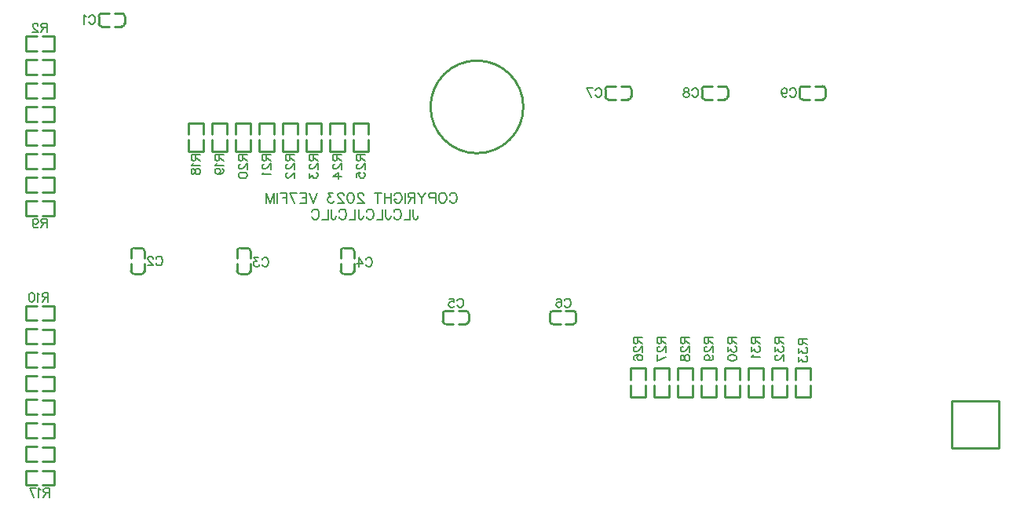
<source format=gbo>
G04 Layer: BottomSilkscreenLayer*
G04 Panelize: , Column: 2, Row: 2, Board Size: 127.89mm x 58.42mm, Panelized Board Size: 257.78mm x 118.84mm*
G04 EasyEDA v6.5.34, 2023-09-05 23:47:00*
G04 23034ade622943b09ef3a65bf2e35728,5a6b42c53f6a479593ecc07194224c93,10*
G04 Gerber Generator version 0.2*
G04 Scale: 100 percent, Rotated: No, Reflected: No *
G04 Dimensions in millimeters *
G04 leading zeros omitted , absolute positions ,4 integer and 5 decimal *
%FSLAX45Y45*%
%MOMM*%

%ADD10C,0.1524*%
%ADD11C,0.1520*%
%ADD12C,0.2540*%

%LPD*%
D10*
X6741955Y3619954D02*
G01*
X6747151Y3630345D01*
X6757543Y3640736D01*
X6767931Y3645931D01*
X6788713Y3645931D01*
X6799105Y3640736D01*
X6809496Y3630345D01*
X6814693Y3619954D01*
X6819887Y3604366D01*
X6819887Y3578390D01*
X6814693Y3562804D01*
X6809496Y3552413D01*
X6799105Y3542022D01*
X6788713Y3536828D01*
X6767931Y3536828D01*
X6757543Y3542022D01*
X6747151Y3552413D01*
X6741955Y3562804D01*
X6676491Y3645931D02*
G01*
X6686882Y3640736D01*
X6697273Y3630345D01*
X6702470Y3619954D01*
X6707665Y3604366D01*
X6707665Y3578390D01*
X6702470Y3562804D01*
X6697273Y3552413D01*
X6686882Y3542022D01*
X6676491Y3536828D01*
X6655711Y3536828D01*
X6645320Y3542022D01*
X6634929Y3552413D01*
X6629732Y3562804D01*
X6624538Y3578390D01*
X6624538Y3604366D01*
X6629732Y3619954D01*
X6634929Y3630345D01*
X6645320Y3640736D01*
X6655711Y3645931D01*
X6676491Y3645931D01*
X6590248Y3645931D02*
G01*
X6590248Y3536828D01*
X6590248Y3645931D02*
G01*
X6543489Y3645931D01*
X6527901Y3640736D01*
X6522707Y3635540D01*
X6517513Y3625148D01*
X6517513Y3609563D01*
X6522707Y3599172D01*
X6527901Y3593978D01*
X6543489Y3588781D01*
X6590248Y3588781D01*
X6483222Y3645931D02*
G01*
X6441658Y3593978D01*
X6441658Y3536828D01*
X6400093Y3645931D02*
G01*
X6441658Y3593978D01*
X6365803Y3645931D02*
G01*
X6365803Y3536828D01*
X6365803Y3645931D02*
G01*
X6319045Y3645931D01*
X6303459Y3640736D01*
X6298262Y3635540D01*
X6293068Y3625148D01*
X6293068Y3614757D01*
X6298262Y3604366D01*
X6303459Y3599172D01*
X6319045Y3593978D01*
X6365803Y3593978D01*
X6329436Y3593978D02*
G01*
X6293068Y3536828D01*
X6258778Y3645931D02*
G01*
X6258778Y3536828D01*
X6146556Y3619954D02*
G01*
X6151752Y3630345D01*
X6162141Y3640736D01*
X6172532Y3645931D01*
X6193315Y3645931D01*
X6203706Y3640736D01*
X6214097Y3630345D01*
X6219291Y3619954D01*
X6224488Y3604366D01*
X6224488Y3578390D01*
X6219291Y3562804D01*
X6214097Y3552413D01*
X6203706Y3542022D01*
X6193315Y3536828D01*
X6172532Y3536828D01*
X6162141Y3542022D01*
X6151752Y3552413D01*
X6146556Y3562804D01*
X6146556Y3578390D01*
X6172532Y3578390D02*
G01*
X6146556Y3578390D01*
X6112266Y3645931D02*
G01*
X6112266Y3536828D01*
X6039530Y3645931D02*
G01*
X6039530Y3536828D01*
X6112266Y3593978D02*
G01*
X6039530Y3593978D01*
X5968872Y3645931D02*
G01*
X5968872Y3536828D01*
X6005240Y3645931D02*
G01*
X5932502Y3645931D01*
X5813008Y3619954D02*
G01*
X5813008Y3625148D01*
X5807811Y3635540D01*
X5802617Y3640736D01*
X5792226Y3645931D01*
X5771443Y3645931D01*
X5761052Y3640736D01*
X5755858Y3635540D01*
X5750661Y3625148D01*
X5750661Y3614757D01*
X5755858Y3604366D01*
X5766249Y3588781D01*
X5818202Y3536828D01*
X5745467Y3536828D01*
X5680003Y3645931D02*
G01*
X5695591Y3640736D01*
X5705983Y3625148D01*
X5711177Y3599172D01*
X5711177Y3583586D01*
X5705983Y3557607D01*
X5695591Y3542022D01*
X5680003Y3536828D01*
X5669612Y3536828D01*
X5654027Y3542022D01*
X5643636Y3557607D01*
X5638441Y3583586D01*
X5638441Y3599172D01*
X5643636Y3625148D01*
X5654027Y3640736D01*
X5669612Y3645931D01*
X5680003Y3645931D01*
X5598955Y3619954D02*
G01*
X5598955Y3625148D01*
X5593760Y3635540D01*
X5588563Y3640736D01*
X5578172Y3645931D01*
X5557393Y3645931D01*
X5547001Y3640736D01*
X5541805Y3635540D01*
X5536610Y3625148D01*
X5536610Y3614757D01*
X5541805Y3604366D01*
X5552196Y3588781D01*
X5604151Y3536828D01*
X5531413Y3536828D01*
X5486732Y3645931D02*
G01*
X5429582Y3645931D01*
X5460756Y3604366D01*
X5445170Y3604366D01*
X5434779Y3599172D01*
X5429582Y3593978D01*
X5424388Y3578390D01*
X5424388Y3567998D01*
X5429582Y3552413D01*
X5439973Y3542022D01*
X5455561Y3536828D01*
X5471147Y3536828D01*
X5486732Y3542022D01*
X5491929Y3547216D01*
X5497123Y3557607D01*
X5310088Y3645931D02*
G01*
X5268523Y3536828D01*
X5226961Y3645931D02*
G01*
X5268523Y3536828D01*
X5192671Y3645931D02*
G01*
X5192671Y3536828D01*
X5192671Y3645931D02*
G01*
X5125130Y3645931D01*
X5192671Y3593978D02*
G01*
X5151107Y3593978D01*
X5192671Y3536828D02*
G01*
X5125130Y3536828D01*
X5018102Y3645931D02*
G01*
X5070058Y3536828D01*
X5090840Y3645931D02*
G01*
X5018102Y3645931D01*
X4983812Y3645931D02*
G01*
X4983812Y3536828D01*
X4983812Y3645931D02*
G01*
X4916271Y3645931D01*
X4983812Y3593978D02*
G01*
X4942250Y3593978D01*
X4881981Y3645931D02*
G01*
X4881981Y3536828D01*
X4847691Y3645931D02*
G01*
X4847691Y3536828D01*
X4847691Y3645931D02*
G01*
X4806129Y3536828D01*
X4764565Y3645931D02*
G01*
X4806129Y3536828D01*
X4764565Y3645931D02*
G01*
X4764565Y3536828D01*
D11*
X6348796Y3468103D02*
G01*
X6348796Y3384976D01*
X6353992Y3369388D01*
X6359187Y3364194D01*
X6369578Y3359000D01*
X6379969Y3359000D01*
X6390360Y3364194D01*
X6395557Y3369388D01*
X6400751Y3384976D01*
X6400751Y3395367D01*
X6314506Y3468103D02*
G01*
X6314506Y3359000D01*
X6314506Y3359000D02*
G01*
X6252161Y3359000D01*
X6139939Y3442126D02*
G01*
X6145136Y3452517D01*
X6155527Y3462909D01*
X6165916Y3468103D01*
X6186698Y3468103D01*
X6197089Y3462909D01*
X6207480Y3452517D01*
X6212677Y3442126D01*
X6217871Y3426538D01*
X6217871Y3400562D01*
X6212677Y3384976D01*
X6207480Y3374585D01*
X6197089Y3364194D01*
X6186698Y3359000D01*
X6165916Y3359000D01*
X6155527Y3364194D01*
X6145136Y3374585D01*
X6139939Y3384976D01*
X6053696Y3468103D02*
G01*
X6053696Y3384976D01*
X6058890Y3369388D01*
X6064087Y3364194D01*
X6074476Y3359000D01*
X6084867Y3359000D01*
X6095258Y3364194D01*
X6100455Y3369388D01*
X6105649Y3384976D01*
X6105649Y3395367D01*
X6019406Y3468103D02*
G01*
X6019406Y3359000D01*
X6019406Y3359000D02*
G01*
X5957059Y3359000D01*
X5844837Y3442126D02*
G01*
X5850034Y3452517D01*
X5860425Y3462909D01*
X5870816Y3468103D01*
X5891596Y3468103D01*
X5901987Y3462909D01*
X5912378Y3452517D01*
X5917575Y3442126D01*
X5922769Y3426538D01*
X5922769Y3400562D01*
X5917575Y3384976D01*
X5912378Y3374585D01*
X5901987Y3364194D01*
X5891596Y3359000D01*
X5870816Y3359000D01*
X5860425Y3364194D01*
X5850034Y3374585D01*
X5844837Y3384976D01*
X5758594Y3468103D02*
G01*
X5758594Y3384976D01*
X5763788Y3369388D01*
X5768985Y3364194D01*
X5779376Y3359000D01*
X5789767Y3359000D01*
X5800156Y3364194D01*
X5805352Y3369388D01*
X5810547Y3384976D01*
X5810547Y3395367D01*
X5724304Y3468103D02*
G01*
X5724304Y3359000D01*
X5724304Y3359000D02*
G01*
X5661957Y3359000D01*
X5549737Y3442126D02*
G01*
X5554931Y3452517D01*
X5565322Y3462909D01*
X5575714Y3468103D01*
X5596496Y3468103D01*
X5606887Y3462909D01*
X5617276Y3452517D01*
X5622472Y3442126D01*
X5627667Y3426538D01*
X5627667Y3400562D01*
X5622472Y3384976D01*
X5617276Y3374585D01*
X5606887Y3364194D01*
X5596496Y3359000D01*
X5575714Y3359000D01*
X5565322Y3364194D01*
X5554931Y3374585D01*
X5549737Y3384976D01*
X5463491Y3468103D02*
G01*
X5463491Y3384976D01*
X5468686Y3369388D01*
X5473882Y3364194D01*
X5484274Y3359000D01*
X5494665Y3359000D01*
X5505056Y3364194D01*
X5510250Y3369388D01*
X5515447Y3384976D01*
X5515447Y3395367D01*
X5429201Y3468103D02*
G01*
X5429201Y3359000D01*
X5429201Y3359000D02*
G01*
X5366857Y3359000D01*
X5254635Y3442126D02*
G01*
X5259829Y3452517D01*
X5270220Y3462909D01*
X5280611Y3468103D01*
X5301394Y3468103D01*
X5311785Y3462909D01*
X5322176Y3452517D01*
X5327370Y3442126D01*
X5332567Y3426538D01*
X5332567Y3400562D01*
X5327370Y3384976D01*
X5322176Y3374585D01*
X5311785Y3364194D01*
X5301394Y3359000D01*
X5280611Y3359000D01*
X5270220Y3364194D01*
X5259829Y3374585D01*
X5254635Y3384976D01*
D10*
X2852803Y5539216D02*
G01*
X2857347Y5548307D01*
X2866438Y5557398D01*
X2875531Y5561944D01*
X2893712Y5561944D01*
X2902803Y5557398D01*
X2911894Y5548307D01*
X2916438Y5539216D01*
X2920984Y5525582D01*
X2920984Y5502854D01*
X2916438Y5489216D01*
X2911894Y5480126D01*
X2902803Y5471035D01*
X2893712Y5466488D01*
X2875531Y5466488D01*
X2866438Y5471035D01*
X2857347Y5480126D01*
X2852803Y5489216D01*
X2822803Y5543763D02*
G01*
X2813712Y5548307D01*
X2800075Y5561944D01*
X2800075Y5466488D01*
X3576711Y2935676D02*
G01*
X3581255Y2944766D01*
X3590345Y2953857D01*
X3599439Y2958404D01*
X3617620Y2958404D01*
X3626711Y2953857D01*
X3635801Y2944766D01*
X3640345Y2935676D01*
X3644892Y2922041D01*
X3644892Y2899313D01*
X3640345Y2885676D01*
X3635801Y2876585D01*
X3626711Y2867494D01*
X3617620Y2862948D01*
X3599439Y2862948D01*
X3590345Y2867494D01*
X3581255Y2876585D01*
X3576711Y2885676D01*
X3542164Y2935676D02*
G01*
X3542164Y2940222D01*
X3537620Y2949313D01*
X3533073Y2953857D01*
X3523983Y2958404D01*
X3505801Y2958404D01*
X3496711Y2953857D01*
X3492164Y2949313D01*
X3487620Y2940222D01*
X3487620Y2931132D01*
X3492164Y2922041D01*
X3501255Y2908404D01*
X3546711Y2862948D01*
X3483074Y2862948D01*
X4719708Y2922976D02*
G01*
X4724252Y2932066D01*
X4733343Y2941157D01*
X4742436Y2945704D01*
X4760617Y2945704D01*
X4769708Y2941157D01*
X4778799Y2932066D01*
X4783343Y2922976D01*
X4787889Y2909341D01*
X4787889Y2886613D01*
X4783343Y2872976D01*
X4778799Y2863885D01*
X4769708Y2854794D01*
X4760617Y2850248D01*
X4742436Y2850248D01*
X4733343Y2854794D01*
X4724252Y2863885D01*
X4719708Y2872976D01*
X4680618Y2945704D02*
G01*
X4630618Y2945704D01*
X4657890Y2909341D01*
X4644252Y2909341D01*
X4635162Y2904794D01*
X4630618Y2900248D01*
X4626071Y2886613D01*
X4626071Y2877522D01*
X4630618Y2863885D01*
X4639708Y2854794D01*
X4653343Y2850248D01*
X4666980Y2850248D01*
X4680618Y2854794D01*
X4685162Y2859341D01*
X4689708Y2868432D01*
X5837308Y2922976D02*
G01*
X5841852Y2932066D01*
X5850943Y2941157D01*
X5860036Y2945704D01*
X5878217Y2945704D01*
X5887308Y2941157D01*
X5896399Y2932066D01*
X5900943Y2922976D01*
X5905489Y2909341D01*
X5905489Y2886613D01*
X5900943Y2872976D01*
X5896399Y2863885D01*
X5887308Y2854794D01*
X5878217Y2850248D01*
X5860036Y2850248D01*
X5850943Y2854794D01*
X5841852Y2863885D01*
X5837308Y2872976D01*
X5761852Y2945704D02*
G01*
X5807308Y2882066D01*
X5739127Y2882066D01*
X5761852Y2945704D02*
G01*
X5761852Y2850248D01*
X6822252Y2480790D02*
G01*
X6826796Y2489880D01*
X6835886Y2498971D01*
X6844979Y2503517D01*
X6863161Y2503517D01*
X6872251Y2498971D01*
X6881342Y2489880D01*
X6885886Y2480790D01*
X6890433Y2467155D01*
X6890433Y2444427D01*
X6885886Y2430790D01*
X6881342Y2421699D01*
X6872251Y2412608D01*
X6863161Y2408062D01*
X6844979Y2408062D01*
X6835886Y2412608D01*
X6826796Y2421699D01*
X6822252Y2430790D01*
X6737705Y2503517D02*
G01*
X6783161Y2503517D01*
X6787705Y2462608D01*
X6783161Y2467155D01*
X6769524Y2471699D01*
X6755886Y2471699D01*
X6742252Y2467155D01*
X6733161Y2458062D01*
X6728614Y2444427D01*
X6728614Y2435336D01*
X6733161Y2421699D01*
X6742252Y2412608D01*
X6755886Y2408062D01*
X6769524Y2408062D01*
X6783161Y2412608D01*
X6787705Y2417155D01*
X6792252Y2426246D01*
X7977926Y2480790D02*
G01*
X7982470Y2489880D01*
X7991561Y2498971D01*
X8000654Y2503517D01*
X8018835Y2503517D01*
X8027926Y2498971D01*
X8037017Y2489880D01*
X8041561Y2480790D01*
X8046107Y2467155D01*
X8046107Y2444427D01*
X8041561Y2430790D01*
X8037017Y2421699D01*
X8027926Y2412608D01*
X8018835Y2408062D01*
X8000654Y2408062D01*
X7991561Y2412608D01*
X7982470Y2421699D01*
X7977926Y2430790D01*
X7893380Y2489880D02*
G01*
X7897926Y2498971D01*
X7911561Y2503517D01*
X7920654Y2503517D01*
X7934289Y2498971D01*
X7943380Y2485336D01*
X7947926Y2462608D01*
X7947926Y2439880D01*
X7943380Y2421699D01*
X7934289Y2412608D01*
X7920654Y2408062D01*
X7916108Y2408062D01*
X7902470Y2412608D01*
X7893380Y2421699D01*
X7888836Y2435336D01*
X7888836Y2439880D01*
X7893380Y2453518D01*
X7902470Y2462608D01*
X7916108Y2467155D01*
X7920654Y2467155D01*
X7934289Y2462608D01*
X7943380Y2453518D01*
X7947926Y2439880D01*
X8313778Y4751816D02*
G01*
X8318322Y4760907D01*
X8327412Y4769998D01*
X8336506Y4774544D01*
X8354687Y4774544D01*
X8363778Y4769998D01*
X8372868Y4760907D01*
X8377412Y4751816D01*
X8381959Y4738182D01*
X8381959Y4715454D01*
X8377412Y4701816D01*
X8372868Y4692726D01*
X8363778Y4683635D01*
X8354687Y4679088D01*
X8336506Y4679088D01*
X8327412Y4683635D01*
X8318322Y4692726D01*
X8313778Y4701816D01*
X8220141Y4774544D02*
G01*
X8265596Y4679088D01*
X8283778Y4774544D02*
G01*
X8220141Y4774544D01*
X9355188Y4751816D02*
G01*
X9359732Y4760907D01*
X9368823Y4769998D01*
X9377913Y4774544D01*
X9396097Y4774544D01*
X9405188Y4769998D01*
X9414278Y4760907D01*
X9418822Y4751816D01*
X9423369Y4738182D01*
X9423369Y4715454D01*
X9418822Y4701816D01*
X9414278Y4692726D01*
X9405188Y4683635D01*
X9396097Y4679088D01*
X9377913Y4679088D01*
X9368823Y4683635D01*
X9359732Y4692726D01*
X9355188Y4701816D01*
X9302460Y4774544D02*
G01*
X9316097Y4769998D01*
X9320641Y4760907D01*
X9320641Y4751816D01*
X9316097Y4742726D01*
X9307007Y4738182D01*
X9288823Y4733635D01*
X9275188Y4729088D01*
X9266097Y4719998D01*
X9261551Y4710907D01*
X9261551Y4697272D01*
X9266097Y4688182D01*
X9270641Y4683635D01*
X9284279Y4679088D01*
X9302460Y4679088D01*
X9316097Y4683635D01*
X9320641Y4688182D01*
X9325188Y4697272D01*
X9325188Y4710907D01*
X9320641Y4719998D01*
X9311551Y4729088D01*
X9297913Y4733635D01*
X9279732Y4738182D01*
X9270641Y4742726D01*
X9266097Y4751816D01*
X9266097Y4760907D01*
X9270641Y4769998D01*
X9284279Y4774544D01*
X9302460Y4774544D01*
X10409278Y4751816D02*
G01*
X10413822Y4760907D01*
X10422915Y4769998D01*
X10432006Y4774544D01*
X10450187Y4774544D01*
X10459278Y4769998D01*
X10468368Y4760907D01*
X10472915Y4751816D01*
X10477459Y4738179D01*
X10477459Y4715454D01*
X10472915Y4701816D01*
X10468368Y4692726D01*
X10459278Y4683635D01*
X10450187Y4679088D01*
X10432006Y4679088D01*
X10422915Y4683635D01*
X10413822Y4692726D01*
X10409278Y4701816D01*
X10320187Y4742726D02*
G01*
X10324731Y4729088D01*
X10333822Y4719998D01*
X10347459Y4715454D01*
X10352006Y4715454D01*
X10365640Y4719998D01*
X10374731Y4729088D01*
X10379278Y4742726D01*
X10379278Y4747272D01*
X10374731Y4760907D01*
X10365640Y4769998D01*
X10352006Y4774544D01*
X10347459Y4774544D01*
X10333822Y4769998D01*
X10324731Y4760907D01*
X10320187Y4742726D01*
X10320187Y4719998D01*
X10324731Y4697272D01*
X10333822Y4683635D01*
X10347459Y4679088D01*
X10356550Y4679088D01*
X10370187Y4683635D01*
X10374731Y4692726D01*
X3956969Y4054068D02*
G01*
X4052425Y4054068D01*
X3956969Y4054068D02*
G01*
X3956969Y4013159D01*
X3961516Y3999522D01*
X3966060Y3994978D01*
X3975150Y3990431D01*
X3984241Y3990431D01*
X3993332Y3994978D01*
X3997878Y3999522D01*
X4002425Y4013159D01*
X4002425Y4054068D01*
X4002425Y4022250D02*
G01*
X4052425Y3990431D01*
X3975150Y3960431D02*
G01*
X3970606Y3951340D01*
X3956969Y3937706D01*
X4052425Y3937706D01*
X3956969Y3884978D02*
G01*
X3961516Y3898615D01*
X3970606Y3903159D01*
X3979697Y3903159D01*
X3988788Y3898615D01*
X3993332Y3889522D01*
X3997878Y3871340D01*
X4002425Y3857706D01*
X4011515Y3848615D01*
X4020606Y3844069D01*
X4034241Y3844069D01*
X4043332Y3848615D01*
X4047878Y3853159D01*
X4052425Y3866796D01*
X4052425Y3884978D01*
X4047878Y3898615D01*
X4043332Y3903159D01*
X4034241Y3907706D01*
X4020606Y3907706D01*
X4011515Y3903159D01*
X4002425Y3894068D01*
X3997878Y3880431D01*
X3993332Y3862250D01*
X3988788Y3853159D01*
X3979697Y3848615D01*
X3970606Y3848615D01*
X3961516Y3853159D01*
X3956969Y3866796D01*
X3956969Y3884978D01*
X4210969Y4054068D02*
G01*
X4306425Y4054068D01*
X4210969Y4054068D02*
G01*
X4210969Y4013159D01*
X4215516Y3999522D01*
X4220060Y3994978D01*
X4229150Y3990431D01*
X4238241Y3990431D01*
X4247332Y3994978D01*
X4251878Y3999522D01*
X4256425Y4013159D01*
X4256425Y4054068D01*
X4256425Y4022250D02*
G01*
X4306425Y3990431D01*
X4229150Y3960431D02*
G01*
X4224606Y3951340D01*
X4210969Y3937706D01*
X4306425Y3937706D01*
X4242788Y3848615D02*
G01*
X4256425Y3853159D01*
X4265515Y3862250D01*
X4270060Y3875887D01*
X4270060Y3880431D01*
X4265515Y3894068D01*
X4256425Y3903159D01*
X4242788Y3907706D01*
X4238241Y3907706D01*
X4224606Y3903159D01*
X4215516Y3894068D01*
X4210969Y3880431D01*
X4210969Y3875887D01*
X4215516Y3862250D01*
X4224606Y3853159D01*
X4242788Y3848615D01*
X4265515Y3848615D01*
X4288241Y3853159D01*
X4301878Y3862250D01*
X4306425Y3875887D01*
X4306425Y3884978D01*
X4301878Y3898615D01*
X4292787Y3903159D01*
X4464969Y4054068D02*
G01*
X4560425Y4054068D01*
X4464969Y4054068D02*
G01*
X4464969Y4013159D01*
X4469516Y3999522D01*
X4474060Y3994978D01*
X4483150Y3990431D01*
X4492241Y3990431D01*
X4501332Y3994978D01*
X4505878Y3999522D01*
X4510425Y4013159D01*
X4510425Y4054068D01*
X4510425Y4022250D02*
G01*
X4560425Y3990431D01*
X4487697Y3955887D02*
G01*
X4483150Y3955887D01*
X4474060Y3951340D01*
X4469516Y3946796D01*
X4464969Y3937706D01*
X4464969Y3919522D01*
X4469516Y3910431D01*
X4474060Y3905887D01*
X4483150Y3901340D01*
X4492241Y3901340D01*
X4501332Y3905887D01*
X4514969Y3914978D01*
X4560425Y3960431D01*
X4560425Y3896796D01*
X4464969Y3839522D02*
G01*
X4469516Y3853159D01*
X4483150Y3862250D01*
X4505878Y3866796D01*
X4519515Y3866796D01*
X4542241Y3862250D01*
X4555878Y3853159D01*
X4560425Y3839522D01*
X4560425Y3830431D01*
X4555878Y3816797D01*
X4542241Y3807706D01*
X4519515Y3803159D01*
X4505878Y3803159D01*
X4483150Y3807706D01*
X4469516Y3816797D01*
X4464969Y3830431D01*
X4464969Y3839522D01*
X4718969Y4054068D02*
G01*
X4814425Y4054068D01*
X4718969Y4054068D02*
G01*
X4718969Y4013159D01*
X4723516Y3999522D01*
X4728060Y3994978D01*
X4737150Y3990431D01*
X4746241Y3990431D01*
X4755332Y3994978D01*
X4759878Y3999522D01*
X4764425Y4013159D01*
X4764425Y4054068D01*
X4764425Y4022250D02*
G01*
X4814425Y3990431D01*
X4741697Y3955887D02*
G01*
X4737150Y3955887D01*
X4728060Y3951340D01*
X4723516Y3946796D01*
X4718969Y3937706D01*
X4718969Y3919522D01*
X4723516Y3910431D01*
X4728060Y3905887D01*
X4737150Y3901340D01*
X4746241Y3901340D01*
X4755332Y3905887D01*
X4768969Y3914978D01*
X4814425Y3960431D01*
X4814425Y3896796D01*
X4737150Y3866796D02*
G01*
X4732606Y3857706D01*
X4718969Y3844069D01*
X4814425Y3844069D01*
X4972969Y4054068D02*
G01*
X5068425Y4054068D01*
X4972969Y4054068D02*
G01*
X4972969Y4013159D01*
X4977516Y3999522D01*
X4982060Y3994978D01*
X4991150Y3990431D01*
X5000241Y3990431D01*
X5009332Y3994978D01*
X5013878Y3999522D01*
X5018425Y4013159D01*
X5018425Y4054068D01*
X5018425Y4022250D02*
G01*
X5068425Y3990431D01*
X4995697Y3955887D02*
G01*
X4991150Y3955887D01*
X4982060Y3951340D01*
X4977516Y3946796D01*
X4972969Y3937706D01*
X4972969Y3919522D01*
X4977516Y3910431D01*
X4982060Y3905887D01*
X4991150Y3901340D01*
X5000241Y3901340D01*
X5009332Y3905887D01*
X5022969Y3914978D01*
X5068425Y3960431D01*
X5068425Y3896796D01*
X4995697Y3862250D02*
G01*
X4991150Y3862250D01*
X4982060Y3857706D01*
X4977516Y3853159D01*
X4972969Y3844069D01*
X4972969Y3825887D01*
X4977516Y3816797D01*
X4982060Y3812250D01*
X4991150Y3807706D01*
X5000241Y3807706D01*
X5009332Y3812250D01*
X5022969Y3821341D01*
X5068425Y3866796D01*
X5068425Y3803159D01*
X5226969Y4054068D02*
G01*
X5322425Y4054068D01*
X5226969Y4054068D02*
G01*
X5226969Y4013159D01*
X5231516Y3999522D01*
X5236060Y3994978D01*
X5245150Y3990431D01*
X5254241Y3990431D01*
X5263332Y3994978D01*
X5267878Y3999522D01*
X5272425Y4013159D01*
X5272425Y4054068D01*
X5272425Y4022250D02*
G01*
X5322425Y3990431D01*
X5249697Y3955887D02*
G01*
X5245150Y3955887D01*
X5236060Y3951340D01*
X5231516Y3946796D01*
X5226969Y3937706D01*
X5226969Y3919522D01*
X5231516Y3910431D01*
X5236060Y3905887D01*
X5245150Y3901340D01*
X5254241Y3901340D01*
X5263332Y3905887D01*
X5276969Y3914978D01*
X5322425Y3960431D01*
X5322425Y3896796D01*
X5226969Y3857706D02*
G01*
X5226969Y3807706D01*
X5263332Y3834978D01*
X5263332Y3821341D01*
X5267878Y3812250D01*
X5272425Y3807706D01*
X5286060Y3803159D01*
X5295150Y3803159D01*
X5308787Y3807706D01*
X5317878Y3816797D01*
X5322425Y3830431D01*
X5322425Y3844069D01*
X5317878Y3857706D01*
X5313332Y3862250D01*
X5304241Y3866796D01*
X5480969Y4054068D02*
G01*
X5576425Y4054068D01*
X5480969Y4054068D02*
G01*
X5480969Y4013159D01*
X5485516Y3999522D01*
X5490060Y3994978D01*
X5499150Y3990431D01*
X5508241Y3990431D01*
X5517332Y3994978D01*
X5521878Y3999522D01*
X5526425Y4013159D01*
X5526425Y4054068D01*
X5526425Y4022250D02*
G01*
X5576425Y3990431D01*
X5503697Y3955887D02*
G01*
X5499150Y3955887D01*
X5490060Y3951340D01*
X5485516Y3946796D01*
X5480969Y3937706D01*
X5480969Y3919522D01*
X5485516Y3910431D01*
X5490060Y3905887D01*
X5499150Y3901340D01*
X5508241Y3901340D01*
X5517332Y3905887D01*
X5530969Y3914978D01*
X5576425Y3960431D01*
X5576425Y3896796D01*
X5480969Y3821341D02*
G01*
X5544606Y3866796D01*
X5544606Y3798615D01*
X5480969Y3821341D02*
G01*
X5576425Y3821341D01*
X5734969Y4054068D02*
G01*
X5830425Y4054068D01*
X5734969Y4054068D02*
G01*
X5734969Y4013159D01*
X5739516Y3999522D01*
X5744060Y3994978D01*
X5753150Y3990431D01*
X5762241Y3990431D01*
X5771332Y3994978D01*
X5775878Y3999522D01*
X5780425Y4013159D01*
X5780425Y4054068D01*
X5780425Y4022250D02*
G01*
X5830425Y3990431D01*
X5757697Y3955887D02*
G01*
X5753150Y3955887D01*
X5744060Y3951340D01*
X5739516Y3946796D01*
X5734969Y3937706D01*
X5734969Y3919522D01*
X5739516Y3910431D01*
X5744060Y3905887D01*
X5753150Y3901340D01*
X5762241Y3901340D01*
X5771332Y3905887D01*
X5784969Y3914978D01*
X5830425Y3960431D01*
X5830425Y3896796D01*
X5734969Y3812250D02*
G01*
X5734969Y3857706D01*
X5775878Y3862250D01*
X5771332Y3857706D01*
X5766788Y3844069D01*
X5766788Y3830431D01*
X5771332Y3816797D01*
X5780425Y3807706D01*
X5794060Y3803159D01*
X5803150Y3803159D01*
X5816787Y3807706D01*
X5825878Y3816797D01*
X5830425Y3830431D01*
X5830425Y3844069D01*
X5825878Y3857706D01*
X5821332Y3862250D01*
X5812241Y3866796D01*
X10249540Y2082774D02*
G01*
X10344995Y2082774D01*
X10249540Y2082774D02*
G01*
X10249540Y2041865D01*
X10254086Y2028228D01*
X10258630Y2023684D01*
X10267721Y2019137D01*
X10276812Y2019137D01*
X10285902Y2023684D01*
X10290449Y2028228D01*
X10294995Y2041865D01*
X10294995Y2082774D01*
X10294995Y2050956D02*
G01*
X10344995Y2019137D01*
X10249540Y1980046D02*
G01*
X10249540Y1930046D01*
X10285902Y1957321D01*
X10285902Y1943684D01*
X10290449Y1934593D01*
X10294995Y1930046D01*
X10308630Y1925502D01*
X10317721Y1925502D01*
X10331358Y1930046D01*
X10340449Y1939137D01*
X10344995Y1952774D01*
X10344995Y1966412D01*
X10340449Y1980046D01*
X10335902Y1984593D01*
X10326811Y1989137D01*
X10272268Y1890956D02*
G01*
X10267721Y1890956D01*
X10258630Y1886412D01*
X10254086Y1881865D01*
X10249540Y1872775D01*
X10249540Y1854593D01*
X10254086Y1845503D01*
X10258630Y1840956D01*
X10267721Y1836412D01*
X10276812Y1836412D01*
X10285902Y1840956D01*
X10299539Y1850047D01*
X10344995Y1895502D01*
X10344995Y1831865D01*
X8979540Y2082774D02*
G01*
X9074995Y2082774D01*
X8979540Y2082774D02*
G01*
X8979540Y2041865D01*
X8984086Y2028228D01*
X8988630Y2023684D01*
X8997721Y2019137D01*
X9006812Y2019137D01*
X9015902Y2023684D01*
X9020449Y2028228D01*
X9024995Y2041865D01*
X9024995Y2082774D01*
X9024995Y2050956D02*
G01*
X9074995Y2019137D01*
X9002268Y1984593D02*
G01*
X8997721Y1984593D01*
X8988630Y1980046D01*
X8984086Y1975502D01*
X8979540Y1966412D01*
X8979540Y1948228D01*
X8984086Y1939137D01*
X8988630Y1934593D01*
X8997721Y1930046D01*
X9006812Y1930046D01*
X9015902Y1934593D01*
X9029539Y1943684D01*
X9074995Y1989137D01*
X9074995Y1925502D01*
X8979540Y1831865D02*
G01*
X9074995Y1877321D01*
X8979540Y1895502D02*
G01*
X8979540Y1831865D01*
X8725565Y2082774D02*
G01*
X8821021Y2082774D01*
X8725565Y2082774D02*
G01*
X8725565Y2041865D01*
X8730112Y2028228D01*
X8734656Y2023684D01*
X8743746Y2019137D01*
X8752837Y2019137D01*
X8761928Y2023684D01*
X8766474Y2028228D01*
X8771021Y2041865D01*
X8771021Y2082774D01*
X8771021Y2050956D02*
G01*
X8821021Y2019137D01*
X8748293Y1984593D02*
G01*
X8743746Y1984593D01*
X8734656Y1980046D01*
X8730112Y1975502D01*
X8725565Y1966412D01*
X8725565Y1948228D01*
X8730112Y1939137D01*
X8734656Y1934593D01*
X8743746Y1930046D01*
X8752837Y1930046D01*
X8761928Y1934593D01*
X8775565Y1943684D01*
X8821021Y1989137D01*
X8821021Y1925502D01*
X8739202Y1840956D02*
G01*
X8730112Y1845503D01*
X8725565Y1859137D01*
X8725565Y1868228D01*
X8730112Y1881865D01*
X8743746Y1890956D01*
X8766474Y1895502D01*
X8789202Y1895502D01*
X8807383Y1890956D01*
X8816474Y1881865D01*
X8821021Y1868228D01*
X8821021Y1863684D01*
X8816474Y1850047D01*
X8807383Y1840956D01*
X8793746Y1836412D01*
X8789202Y1836412D01*
X8775565Y1840956D01*
X8766474Y1850047D01*
X8761928Y1863684D01*
X8761928Y1868228D01*
X8766474Y1881865D01*
X8775565Y1890956D01*
X8789202Y1895502D01*
X9233540Y2082774D02*
G01*
X9328995Y2082774D01*
X9233540Y2082774D02*
G01*
X9233540Y2041865D01*
X9238086Y2028228D01*
X9242630Y2023684D01*
X9251721Y2019137D01*
X9260812Y2019137D01*
X9269902Y2023684D01*
X9274449Y2028228D01*
X9278995Y2041865D01*
X9278995Y2082774D01*
X9278995Y2050956D02*
G01*
X9328995Y2019137D01*
X9256268Y1984593D02*
G01*
X9251721Y1984593D01*
X9242630Y1980046D01*
X9238086Y1975502D01*
X9233540Y1966412D01*
X9233540Y1948228D01*
X9238086Y1939137D01*
X9242630Y1934593D01*
X9251721Y1930046D01*
X9260812Y1930046D01*
X9269902Y1934593D01*
X9283539Y1943684D01*
X9328995Y1989137D01*
X9328995Y1925502D01*
X9233540Y1872775D02*
G01*
X9238086Y1886412D01*
X9247177Y1890956D01*
X9256268Y1890956D01*
X9265358Y1886412D01*
X9269902Y1877321D01*
X9274449Y1859137D01*
X9278995Y1845503D01*
X9288086Y1836412D01*
X9297177Y1831865D01*
X9310811Y1831865D01*
X9319902Y1836412D01*
X9324449Y1840956D01*
X9328995Y1854593D01*
X9328995Y1872775D01*
X9324449Y1886412D01*
X9319902Y1890956D01*
X9310811Y1895502D01*
X9297177Y1895502D01*
X9288086Y1890956D01*
X9278995Y1881865D01*
X9274449Y1868228D01*
X9269902Y1850047D01*
X9265358Y1840956D01*
X9256268Y1836412D01*
X9247177Y1836412D01*
X9238086Y1840956D01*
X9233540Y1854593D01*
X9233540Y1872775D01*
X9487540Y2082774D02*
G01*
X9582995Y2082774D01*
X9487540Y2082774D02*
G01*
X9487540Y2041865D01*
X9492086Y2028228D01*
X9496630Y2023684D01*
X9505721Y2019137D01*
X9514812Y2019137D01*
X9523902Y2023684D01*
X9528449Y2028228D01*
X9532995Y2041865D01*
X9532995Y2082774D01*
X9532995Y2050956D02*
G01*
X9582995Y2019137D01*
X9510268Y1984593D02*
G01*
X9505721Y1984593D01*
X9496630Y1980046D01*
X9492086Y1975502D01*
X9487540Y1966412D01*
X9487540Y1948228D01*
X9492086Y1939137D01*
X9496630Y1934593D01*
X9505721Y1930046D01*
X9514812Y1930046D01*
X9523902Y1934593D01*
X9537539Y1943684D01*
X9582995Y1989137D01*
X9582995Y1925502D01*
X9519358Y1836412D02*
G01*
X9532995Y1840956D01*
X9542086Y1850047D01*
X9546630Y1863684D01*
X9546630Y1868228D01*
X9542086Y1881865D01*
X9532995Y1890956D01*
X9519358Y1895502D01*
X9514812Y1895502D01*
X9501177Y1890956D01*
X9492086Y1881865D01*
X9487540Y1868228D01*
X9487540Y1863684D01*
X9492086Y1850047D01*
X9501177Y1840956D01*
X9519358Y1836412D01*
X9542086Y1836412D01*
X9564811Y1840956D01*
X9578449Y1850047D01*
X9582995Y1863684D01*
X9582995Y1872775D01*
X9578449Y1886412D01*
X9569358Y1890956D01*
X9741540Y2082774D02*
G01*
X9836995Y2082774D01*
X9741540Y2082774D02*
G01*
X9741540Y2041865D01*
X9746086Y2028228D01*
X9750630Y2023684D01*
X9759721Y2019137D01*
X9768812Y2019137D01*
X9777902Y2023684D01*
X9782449Y2028228D01*
X9786995Y2041865D01*
X9786995Y2082774D01*
X9786995Y2050956D02*
G01*
X9836995Y2019137D01*
X9741540Y1980046D02*
G01*
X9741540Y1930046D01*
X9777902Y1957321D01*
X9777902Y1943684D01*
X9782449Y1934593D01*
X9786995Y1930046D01*
X9800630Y1925502D01*
X9809721Y1925502D01*
X9823358Y1930046D01*
X9832449Y1939137D01*
X9836995Y1952774D01*
X9836995Y1966412D01*
X9832449Y1980046D01*
X9827902Y1984593D01*
X9818811Y1989137D01*
X9741540Y1868228D02*
G01*
X9746086Y1881865D01*
X9759721Y1890956D01*
X9782449Y1895502D01*
X9796086Y1895502D01*
X9818811Y1890956D01*
X9832449Y1881865D01*
X9836995Y1868228D01*
X9836995Y1859137D01*
X9832449Y1845503D01*
X9818811Y1836412D01*
X9796086Y1831865D01*
X9782449Y1831865D01*
X9759721Y1836412D01*
X9746086Y1845503D01*
X9741540Y1859137D01*
X9741540Y1868228D01*
X9995570Y2082794D02*
G01*
X10091026Y2082794D01*
X9995570Y2082794D02*
G01*
X9995570Y2041885D01*
X10000117Y2028248D01*
X10004661Y2023704D01*
X10013751Y2019157D01*
X10022842Y2019157D01*
X10031933Y2023704D01*
X10036479Y2028248D01*
X10041026Y2041885D01*
X10041026Y2082794D01*
X10041026Y2050976D02*
G01*
X10091026Y2019157D01*
X9995570Y1980067D02*
G01*
X9995570Y1930067D01*
X10031933Y1957341D01*
X10031933Y1943704D01*
X10036479Y1934613D01*
X10041026Y1930067D01*
X10054661Y1925523D01*
X10063751Y1925523D01*
X10077389Y1930067D01*
X10086479Y1939157D01*
X10091026Y1952795D01*
X10091026Y1966432D01*
X10086479Y1980067D01*
X10081933Y1984613D01*
X10072842Y1989157D01*
X10013751Y1895523D02*
G01*
X10009207Y1886432D01*
X9995570Y1872795D01*
X10091026Y1872795D01*
X10503540Y2070074D02*
G01*
X10598995Y2070074D01*
X10503540Y2070074D02*
G01*
X10503540Y2029165D01*
X10508086Y2015528D01*
X10512630Y2010984D01*
X10521721Y2006437D01*
X10530812Y2006437D01*
X10539902Y2010984D01*
X10544449Y2015528D01*
X10548995Y2029165D01*
X10548995Y2070074D01*
X10548995Y2038256D02*
G01*
X10598995Y2006437D01*
X10503540Y1967346D02*
G01*
X10503540Y1917346D01*
X10539902Y1944621D01*
X10539902Y1930984D01*
X10544449Y1921893D01*
X10548995Y1917346D01*
X10562630Y1912802D01*
X10571721Y1912802D01*
X10585358Y1917346D01*
X10594449Y1926437D01*
X10598995Y1940074D01*
X10598995Y1953712D01*
X10594449Y1967346D01*
X10589902Y1971893D01*
X10580811Y1976437D01*
X10503540Y1873712D02*
G01*
X10503540Y1823712D01*
X10539902Y1850984D01*
X10539902Y1837347D01*
X10544449Y1828256D01*
X10548995Y1823712D01*
X10562630Y1819165D01*
X10571721Y1819165D01*
X10585358Y1823712D01*
X10594449Y1832803D01*
X10598995Y1846437D01*
X10598995Y1860075D01*
X10594449Y1873712D01*
X10589902Y1878256D01*
X10580811Y1882802D01*
X2412979Y2564693D02*
G01*
X2412979Y2469238D01*
X2412979Y2564693D02*
G01*
X2372070Y2564693D01*
X2358433Y2560147D01*
X2353889Y2555603D01*
X2349342Y2546512D01*
X2349342Y2537421D01*
X2353889Y2528331D01*
X2358433Y2523784D01*
X2372070Y2519238D01*
X2412979Y2519238D01*
X2381161Y2519238D02*
G01*
X2349342Y2469238D01*
X2319342Y2546512D02*
G01*
X2310251Y2551056D01*
X2296617Y2564693D01*
X2296617Y2469238D01*
X2239342Y2564693D02*
G01*
X2252985Y2560147D01*
X2262075Y2546512D01*
X2266619Y2523784D01*
X2266619Y2510147D01*
X2262075Y2487421D01*
X2252985Y2473784D01*
X2239342Y2469238D01*
X2230257Y2469238D01*
X2216619Y2473784D01*
X2207529Y2487421D01*
X2202982Y2510147D01*
X2202982Y2523784D01*
X2207529Y2546512D01*
X2216619Y2560147D01*
X2230257Y2564693D01*
X2239342Y2564693D01*
X2425679Y456504D02*
G01*
X2425679Y361048D01*
X2425679Y456504D02*
G01*
X2384770Y456504D01*
X2371133Y451957D01*
X2366589Y447413D01*
X2362042Y438322D01*
X2362042Y429232D01*
X2366589Y420141D01*
X2371133Y415594D01*
X2384770Y411048D01*
X2425679Y411048D01*
X2393861Y411048D02*
G01*
X2362042Y361048D01*
X2332042Y438322D02*
G01*
X2322951Y442866D01*
X2309317Y456504D01*
X2309317Y361048D01*
X2215682Y456504D02*
G01*
X2261133Y361048D01*
X2279319Y456504D02*
G01*
X2215682Y456504D01*
X2400279Y3364804D02*
G01*
X2400279Y3269348D01*
X2400279Y3364804D02*
G01*
X2359370Y3364804D01*
X2345733Y3360257D01*
X2341189Y3355713D01*
X2336642Y3346622D01*
X2336642Y3337532D01*
X2341189Y3328441D01*
X2345733Y3323894D01*
X2359370Y3319348D01*
X2400279Y3319348D01*
X2368461Y3319348D02*
G01*
X2336642Y3269348D01*
X2247552Y3332985D02*
G01*
X2252098Y3319348D01*
X2261189Y3310257D01*
X2274826Y3305713D01*
X2279370Y3305713D01*
X2293007Y3310257D01*
X2302098Y3319348D01*
X2306642Y3332985D01*
X2306642Y3337532D01*
X2302098Y3351166D01*
X2293007Y3360257D01*
X2279370Y3364804D01*
X2274826Y3364804D01*
X2261189Y3360257D01*
X2252098Y3351166D01*
X2247552Y3332985D01*
X2247552Y3310257D01*
X2252098Y3287532D01*
X2261189Y3273894D01*
X2274826Y3269348D01*
X2283917Y3269348D01*
X2297551Y3273894D01*
X2302098Y3282985D01*
X2400279Y5472998D02*
G01*
X2400279Y5377543D01*
X2400279Y5472998D02*
G01*
X2359370Y5472998D01*
X2345733Y5468452D01*
X2341189Y5463908D01*
X2336642Y5454817D01*
X2336642Y5445726D01*
X2341189Y5436636D01*
X2345733Y5432089D01*
X2359370Y5427543D01*
X2400279Y5427543D01*
X2368461Y5427543D02*
G01*
X2336642Y5377543D01*
X2302098Y5450271D02*
G01*
X2302098Y5454817D01*
X2297551Y5463908D01*
X2293007Y5468452D01*
X2283917Y5472998D01*
X2265733Y5472998D01*
X2256642Y5468452D01*
X2252098Y5463908D01*
X2247552Y5454817D01*
X2247552Y5445726D01*
X2252098Y5436636D01*
X2261189Y5422999D01*
X2306642Y5377543D01*
X2243007Y5377543D01*
D12*
X3237796Y5471812D02*
G01*
X3237796Y5551815D01*
X3126821Y5440827D02*
G01*
X3206818Y5440827D01*
X3126821Y5582793D02*
G01*
X3206818Y5582793D01*
X3069231Y5440245D02*
G01*
X2989234Y5440245D01*
X2958249Y5471228D02*
G01*
X2958249Y5551225D01*
X3069231Y5582206D02*
G01*
X2989234Y5582206D01*
X3338215Y2769318D02*
G01*
X3418217Y2769318D01*
X3307229Y2880293D02*
G01*
X3307229Y2800296D01*
X3449195Y2880293D02*
G01*
X3449195Y2800296D01*
X3306648Y2937883D02*
G01*
X3306648Y3017880D01*
X3337631Y3048866D02*
G01*
X3417628Y3048866D01*
X3448608Y2937883D02*
G01*
X3448608Y3017880D01*
X4481215Y2769318D02*
G01*
X4561217Y2769318D01*
X4450229Y2880293D02*
G01*
X4450229Y2800296D01*
X4592195Y2880293D02*
G01*
X4592195Y2800296D01*
X4449648Y2937883D02*
G01*
X4449648Y3017880D01*
X4480631Y3048866D02*
G01*
X4560628Y3048866D01*
X4591608Y2937883D02*
G01*
X4591608Y3017880D01*
X5598815Y2769318D02*
G01*
X5678817Y2769318D01*
X5567829Y2880293D02*
G01*
X5567829Y2800296D01*
X5709795Y2880293D02*
G01*
X5709795Y2800296D01*
X5567248Y2937883D02*
G01*
X5567248Y3017880D01*
X5598231Y3048866D02*
G01*
X5678228Y3048866D01*
X5709208Y2937883D02*
G01*
X5709208Y3017880D01*
X6668185Y2338671D02*
G01*
X6668185Y2258669D01*
X6779160Y2369657D02*
G01*
X6699163Y2369657D01*
X6779160Y2227691D02*
G01*
X6699163Y2227691D01*
X6836750Y2370239D02*
G01*
X6916747Y2370239D01*
X6947733Y2339256D02*
G01*
X6947733Y2259258D01*
X6836750Y2228278D02*
G01*
X6916747Y2228278D01*
X7823860Y2338671D02*
G01*
X7823860Y2258669D01*
X7934835Y2369657D02*
G01*
X7854838Y2369657D01*
X7934835Y2227691D02*
G01*
X7854838Y2227691D01*
X7992424Y2370239D02*
G01*
X8072422Y2370239D01*
X8103407Y2339256D02*
G01*
X8103407Y2259258D01*
X7992424Y2228278D02*
G01*
X8072422Y2228278D01*
X8698771Y4684412D02*
G01*
X8698771Y4764415D01*
X8587795Y4653427D02*
G01*
X8667793Y4653427D01*
X8587795Y4795393D02*
G01*
X8667793Y4795393D01*
X8530206Y4652845D02*
G01*
X8450209Y4652845D01*
X8419223Y4683828D02*
G01*
X8419223Y4763825D01*
X8530206Y4794806D02*
G01*
X8450209Y4794806D01*
X9740181Y4684412D02*
G01*
X9740181Y4764415D01*
X9629206Y4653427D02*
G01*
X9709203Y4653427D01*
X9629206Y4795393D02*
G01*
X9709203Y4795393D01*
X9571616Y4652845D02*
G01*
X9491619Y4652845D01*
X9460633Y4683828D02*
G01*
X9460633Y4763825D01*
X9571616Y4794806D02*
G01*
X9491619Y4794806D01*
X10794271Y4684412D02*
G01*
X10794271Y4764415D01*
X10683295Y4653427D02*
G01*
X10763293Y4653427D01*
X10683295Y4795393D02*
G01*
X10763293Y4795393D01*
X10625706Y4652845D02*
G01*
X10545709Y4652845D01*
X10514723Y4683828D02*
G01*
X10514723Y4763825D01*
X10625706Y4794806D02*
G01*
X10545709Y4794806D01*
X3928478Y4089504D02*
G01*
X4088483Y4089504D01*
X3928988Y4399561D02*
G01*
X4088993Y4399561D01*
X4088483Y4214500D02*
G01*
X4088483Y4089504D01*
X3928478Y4214500D02*
G01*
X3928478Y4089504D01*
X4088993Y4274558D02*
G01*
X4088993Y4399561D01*
X3928988Y4274558D02*
G01*
X3928988Y4399561D01*
X4182478Y4089504D02*
G01*
X4342483Y4089504D01*
X4182988Y4399561D02*
G01*
X4342993Y4399561D01*
X4342483Y4214500D02*
G01*
X4342483Y4089504D01*
X4182478Y4214500D02*
G01*
X4182478Y4089504D01*
X4342993Y4274558D02*
G01*
X4342993Y4399561D01*
X4182988Y4274558D02*
G01*
X4182988Y4399561D01*
X4436478Y4089504D02*
G01*
X4596483Y4089504D01*
X4436988Y4399561D02*
G01*
X4596993Y4399561D01*
X4596483Y4214500D02*
G01*
X4596483Y4089504D01*
X4436478Y4214500D02*
G01*
X4436478Y4089504D01*
X4596993Y4274558D02*
G01*
X4596993Y4399561D01*
X4436988Y4274558D02*
G01*
X4436988Y4399561D01*
X4690478Y4089504D02*
G01*
X4850483Y4089504D01*
X4690988Y4399561D02*
G01*
X4850993Y4399561D01*
X4850483Y4214500D02*
G01*
X4850483Y4089504D01*
X4690478Y4214500D02*
G01*
X4690478Y4089504D01*
X4850993Y4274558D02*
G01*
X4850993Y4399561D01*
X4690988Y4274558D02*
G01*
X4690988Y4399561D01*
X4944478Y4089504D02*
G01*
X5104483Y4089504D01*
X4944988Y4399561D02*
G01*
X5104993Y4399561D01*
X5104483Y4214500D02*
G01*
X5104483Y4089504D01*
X4944478Y4214500D02*
G01*
X4944478Y4089504D01*
X5104993Y4274558D02*
G01*
X5104993Y4399561D01*
X4944988Y4274558D02*
G01*
X4944988Y4399561D01*
X5198478Y4089504D02*
G01*
X5358483Y4089504D01*
X5198988Y4399561D02*
G01*
X5358993Y4399561D01*
X5358483Y4214500D02*
G01*
X5358483Y4089504D01*
X5198478Y4214500D02*
G01*
X5198478Y4089504D01*
X5358993Y4274558D02*
G01*
X5358993Y4399561D01*
X5198988Y4274558D02*
G01*
X5198988Y4399561D01*
X5452478Y4089504D02*
G01*
X5612483Y4089504D01*
X5452988Y4399561D02*
G01*
X5612993Y4399561D01*
X5612483Y4214500D02*
G01*
X5612483Y4089504D01*
X5452478Y4214500D02*
G01*
X5452478Y4089504D01*
X5612993Y4274558D02*
G01*
X5612993Y4399561D01*
X5452988Y4274558D02*
G01*
X5452988Y4399561D01*
X5706478Y4089504D02*
G01*
X5866483Y4089504D01*
X5706988Y4399561D02*
G01*
X5866993Y4399561D01*
X5866483Y4214500D02*
G01*
X5866483Y4089504D01*
X5706478Y4214500D02*
G01*
X5706478Y4089504D01*
X5866993Y4274558D02*
G01*
X5866993Y4399561D01*
X5706988Y4274558D02*
G01*
X5706988Y4399561D01*
X10219184Y1445127D02*
G01*
X10379189Y1445127D01*
X10219695Y1755185D02*
G01*
X10379699Y1755185D01*
X10379189Y1570123D02*
G01*
X10379189Y1445127D01*
X10219184Y1570123D02*
G01*
X10219184Y1445127D01*
X10379699Y1630184D02*
G01*
X10379699Y1755185D01*
X10219695Y1630184D02*
G01*
X10219695Y1755185D01*
X8949184Y1445127D02*
G01*
X9109189Y1445127D01*
X8949695Y1755185D02*
G01*
X9109699Y1755185D01*
X9109189Y1570123D02*
G01*
X9109189Y1445127D01*
X8949184Y1570123D02*
G01*
X8949184Y1445127D01*
X9109699Y1630184D02*
G01*
X9109699Y1755185D01*
X8949695Y1630184D02*
G01*
X8949695Y1755185D01*
X8856210Y1755251D02*
G01*
X8696205Y1755251D01*
X8855699Y1445193D02*
G01*
X8695695Y1445193D01*
X8696205Y1630255D02*
G01*
X8696205Y1755251D01*
X8856210Y1630255D02*
G01*
X8856210Y1755251D01*
X8695695Y1570194D02*
G01*
X8695695Y1445193D01*
X8855699Y1570194D02*
G01*
X8855699Y1445193D01*
X9203184Y1445127D02*
G01*
X9363189Y1445127D01*
X9203695Y1755185D02*
G01*
X9363699Y1755185D01*
X9363189Y1570123D02*
G01*
X9363189Y1445127D01*
X9203184Y1570123D02*
G01*
X9203184Y1445127D01*
X9363699Y1630184D02*
G01*
X9363699Y1755185D01*
X9203695Y1630184D02*
G01*
X9203695Y1755185D01*
X9457181Y1445127D02*
G01*
X9617186Y1445127D01*
X9457692Y1755185D02*
G01*
X9617697Y1755185D01*
X9617186Y1570123D02*
G01*
X9617186Y1445127D01*
X9457181Y1570123D02*
G01*
X9457181Y1445127D01*
X9617697Y1630184D02*
G01*
X9617697Y1755185D01*
X9457692Y1630184D02*
G01*
X9457692Y1755185D01*
X9711181Y1445127D02*
G01*
X9871186Y1445127D01*
X9711692Y1755185D02*
G01*
X9871697Y1755185D01*
X9871186Y1570123D02*
G01*
X9871186Y1445127D01*
X9711181Y1570123D02*
G01*
X9711181Y1445127D01*
X9871697Y1630184D02*
G01*
X9871697Y1755185D01*
X9711692Y1630184D02*
G01*
X9711692Y1755185D01*
X9965181Y1445127D02*
G01*
X10125186Y1445127D01*
X9965692Y1755185D02*
G01*
X10125697Y1755185D01*
X10125186Y1570123D02*
G01*
X10125186Y1445127D01*
X9965181Y1570123D02*
G01*
X9965181Y1445127D01*
X10125697Y1630184D02*
G01*
X10125697Y1755185D01*
X9965692Y1630184D02*
G01*
X9965692Y1755185D01*
X10634207Y1755251D02*
G01*
X10474203Y1755251D01*
X10633697Y1445193D02*
G01*
X10473692Y1445193D01*
X10474203Y1630255D02*
G01*
X10474203Y1755251D01*
X10634207Y1630255D02*
G01*
X10634207Y1755251D01*
X10473692Y1570194D02*
G01*
X10473692Y1445193D01*
X10633697Y1570194D02*
G01*
X10633697Y1445193D01*
X2169035Y904110D02*
G01*
X2169035Y744105D01*
X2479090Y903599D02*
G01*
X2479090Y743595D01*
X2294028Y744105D02*
G01*
X2169035Y744105D01*
X2294028Y904110D02*
G01*
X2169035Y904110D01*
X2354089Y743595D02*
G01*
X2479090Y743595D01*
X2354089Y903599D02*
G01*
X2479090Y903599D01*
X2169035Y2174110D02*
G01*
X2169035Y2014105D01*
X2479090Y2173599D02*
G01*
X2479090Y2013595D01*
X2294028Y2014105D02*
G01*
X2169035Y2014105D01*
X2294028Y2174110D02*
G01*
X2169035Y2174110D01*
X2354089Y2013595D02*
G01*
X2479090Y2013595D01*
X2354089Y2173599D02*
G01*
X2479090Y2173599D01*
X2479156Y2267084D02*
G01*
X2479156Y2427089D01*
X2169104Y2267595D02*
G01*
X2169104Y2427599D01*
X2354160Y2427089D02*
G01*
X2479156Y2427089D01*
X2354160Y2267084D02*
G01*
X2479156Y2267084D01*
X2294105Y2427599D02*
G01*
X2169104Y2427599D01*
X2294105Y2267595D02*
G01*
X2169104Y2267595D01*
X2169035Y1920110D02*
G01*
X2169035Y1760105D01*
X2479090Y1919599D02*
G01*
X2479090Y1759595D01*
X2294028Y1760105D02*
G01*
X2169035Y1760105D01*
X2294028Y1920110D02*
G01*
X2169035Y1920110D01*
X2354089Y1759595D02*
G01*
X2479090Y1759595D01*
X2354089Y1919599D02*
G01*
X2479090Y1919599D01*
X2169035Y1666112D02*
G01*
X2169035Y1506108D01*
X2479090Y1665602D02*
G01*
X2479090Y1505597D01*
X2294028Y1506108D02*
G01*
X2169035Y1506108D01*
X2294028Y1666112D02*
G01*
X2169035Y1666112D01*
X2354089Y1505597D02*
G01*
X2479090Y1505597D01*
X2354089Y1665602D02*
G01*
X2479090Y1665602D01*
X2169035Y1412112D02*
G01*
X2169035Y1252108D01*
X2479090Y1411602D02*
G01*
X2479090Y1251597D01*
X2294028Y1252108D02*
G01*
X2169035Y1252108D01*
X2294028Y1412112D02*
G01*
X2169035Y1412112D01*
X2354089Y1251597D02*
G01*
X2479090Y1251597D01*
X2354089Y1411602D02*
G01*
X2479090Y1411602D01*
X2169035Y1158112D02*
G01*
X2169035Y998108D01*
X2479090Y1157602D02*
G01*
X2479090Y997597D01*
X2294028Y998108D02*
G01*
X2169035Y998108D01*
X2294028Y1158112D02*
G01*
X2169035Y1158112D01*
X2354089Y997597D02*
G01*
X2479090Y997597D01*
X2354089Y1157602D02*
G01*
X2479090Y1157602D01*
X2479156Y489087D02*
G01*
X2479156Y649091D01*
X2169104Y489597D02*
G01*
X2169104Y649602D01*
X2354160Y649091D02*
G01*
X2479156Y649091D01*
X2354160Y489087D02*
G01*
X2479156Y489087D01*
X2294105Y649602D02*
G01*
X2169104Y649602D01*
X2294105Y489597D02*
G01*
X2169104Y489597D01*
X2294105Y3398288D02*
G01*
X2169104Y3398288D01*
X2479156Y3397778D02*
G01*
X2479156Y3557783D01*
X2169104Y3398288D02*
G01*
X2169104Y3558293D01*
X2354160Y3557783D02*
G01*
X2479156Y3557783D01*
X2354160Y3397778D02*
G01*
X2479156Y3397778D01*
X2294105Y3558293D02*
G01*
X2169104Y3558293D01*
X2354089Y4066293D02*
G01*
X2479090Y4066293D01*
X2169035Y4066804D02*
G01*
X2169035Y3906799D01*
X2479090Y4066293D02*
G01*
X2479090Y3906288D01*
X2294028Y3906799D02*
G01*
X2169035Y3906799D01*
X2294028Y4066804D02*
G01*
X2169035Y4066804D01*
X2354089Y3906288D02*
G01*
X2479090Y3906288D01*
X2354089Y4320293D02*
G01*
X2479090Y4320293D01*
X2169035Y4320804D02*
G01*
X2169035Y4160799D01*
X2479090Y4320293D02*
G01*
X2479090Y4160288D01*
X2294028Y4160799D02*
G01*
X2169035Y4160799D01*
X2294028Y4320804D02*
G01*
X2169035Y4320804D01*
X2354089Y4160288D02*
G01*
X2479090Y4160288D01*
X2354089Y4574293D02*
G01*
X2479090Y4574293D01*
X2169035Y4574804D02*
G01*
X2169035Y4414799D01*
X2479090Y4574293D02*
G01*
X2479090Y4414288D01*
X2294028Y4414799D02*
G01*
X2169035Y4414799D01*
X2294028Y4574804D02*
G01*
X2169035Y4574804D01*
X2354089Y4414288D02*
G01*
X2479090Y4414288D01*
X2354089Y4828291D02*
G01*
X2479090Y4828291D01*
X2169035Y4828801D02*
G01*
X2169035Y4668796D01*
X2479090Y4828291D02*
G01*
X2479090Y4668286D01*
X2294028Y4668796D02*
G01*
X2169035Y4668796D01*
X2294028Y4828801D02*
G01*
X2169035Y4828801D01*
X2354089Y4668286D02*
G01*
X2479090Y4668286D01*
X2294105Y5176286D02*
G01*
X2169104Y5176286D01*
X2479156Y5175775D02*
G01*
X2479156Y5335780D01*
X2169104Y5176286D02*
G01*
X2169104Y5336291D01*
X2354160Y5335780D02*
G01*
X2479156Y5335780D01*
X2354160Y5175775D02*
G01*
X2479156Y5175775D01*
X2294105Y5336291D02*
G01*
X2169104Y5336291D01*
X2354089Y5082291D02*
G01*
X2479090Y5082291D01*
X2169035Y5082801D02*
G01*
X2169035Y4922796D01*
X2479090Y5082291D02*
G01*
X2479090Y4922286D01*
X2294028Y4922796D02*
G01*
X2169035Y4922796D01*
X2294028Y5082801D02*
G01*
X2169035Y5082801D01*
X2354089Y4922286D02*
G01*
X2479090Y4922286D01*
X2354089Y3812291D02*
G01*
X2479090Y3812291D01*
X2169035Y3812801D02*
G01*
X2169035Y3652796D01*
X2479090Y3812291D02*
G01*
X2479090Y3652286D01*
X2294028Y3652796D02*
G01*
X2169035Y3652796D01*
X2294028Y3812801D02*
G01*
X2169035Y3812801D01*
X2354089Y3652286D02*
G01*
X2479090Y3652286D01*
G75*
G01*
X2958244Y5471229D02*
G03*
X2989227Y5440246I30983J0D01*
G75*
G01*
X2989227Y5582211D02*
G03*
X2958244Y5551226I0J-30983D01*
G75*
G01*
X3206813Y5440827D02*
G03*
X3237796Y5471813I1J30983D01*
G75*
G01*
X3237796Y5551810D02*
G03*
X3206813Y5582793I-30982J0D01*
G75*
G01*
X3337631Y3048871D02*
G03*
X3306648Y3017888I0J-30983D01*
G75*
G01*
X3448614Y3017888D02*
G03*
X3417628Y3048871I-30983J0D01*
G75*
G01*
X3307230Y2800302D02*
G03*
X3338215Y2769319I30983J0D01*
G75*
G01*
X3418213Y2769319D02*
G03*
X3449196Y2800302I0J30983D01*
G75*
G01*
X4480631Y3048871D02*
G03*
X4449648Y3017888I0J-30983D01*
G75*
G01*
X4591614Y3017888D02*
G03*
X4560628Y3048871I-30983J0D01*
G75*
G01*
X4450230Y2800302D02*
G03*
X4481215Y2769319I30983J0D01*
G75*
G01*
X4561213Y2769319D02*
G03*
X4592196Y2800302I0J30983D01*
G75*
G01*
X5598231Y3048871D02*
G03*
X5567248Y3017888I0J-30983D01*
G75*
G01*
X5709214Y3017888D02*
G03*
X5678228Y3048871I-30983J0D01*
G75*
G01*
X5567830Y2800302D02*
G03*
X5598815Y2769319I30983J0D01*
G75*
G01*
X5678813Y2769319D02*
G03*
X5709796Y2800302I0J30983D01*
G75*
G01*
X6947738Y2339256D02*
G03*
X6916755Y2370239I-30983J0D01*
G75*
G01*
X6916755Y2228273D02*
G03*
X6947738Y2259259I0J30983D01*
G75*
G01*
X6699169Y2369657D02*
G03*
X6668186Y2338672I0J-30982D01*
G75*
G01*
X6668186Y2258675D02*
G03*
X6699169Y2227692I30983J0D01*
G75*
G01*
X8103413Y2339256D02*
G03*
X8072430Y2370239I-30983J0D01*
G75*
G01*
X8072430Y2228273D02*
G03*
X8103413Y2259259I0J30983D01*
G75*
G01*
X7854843Y2369657D02*
G03*
X7823860Y2338672I0J-30982D01*
G75*
G01*
X7823860Y2258675D02*
G03*
X7854843Y2227692I30983J0D01*
G75*
G01*
X8419219Y4683829D02*
G03*
X8450202Y4652846I30983J0D01*
G75*
G01*
X8450202Y4794811D02*
G03*
X8419219Y4763826I0J-30983D01*
G75*
G01*
X8667788Y4653427D02*
G03*
X8698771Y4684413I0J30983D01*
G75*
G01*
X8698771Y4764410D02*
G03*
X8667788Y4795393I-30983J0D01*
G75*
G01*
X9460629Y4683829D02*
G03*
X9491612Y4652846I30983J0D01*
G75*
G01*
X9491612Y4794811D02*
G03*
X9460629Y4763826I0J-30983D01*
G75*
G01*
X9709198Y4653427D02*
G03*
X9740181Y4684413I0J30983D01*
G75*
G01*
X9740181Y4764410D02*
G03*
X9709198Y4795393I-30983J0D01*
G75*
G01*
X10514719Y4683829D02*
G03*
X10545702Y4652846I30983J0D01*
G75*
G01*
X10545702Y4794811D02*
G03*
X10514719Y4763826I0J-30983D01*
G75*
G01*
X10763288Y4653427D02*
G03*
X10794271Y4684413I0J30983D01*
G75*
G01*
X10794271Y4764410D02*
G03*
X10763288Y4795393I-30983J0D01*
G75*
G01
X7535774Y4572000D02*
G03X7535774Y4572000I-499999J0D01*
X12151106Y1397000D02*
G01*
X12659106Y1397000D01*
X12659106Y889000D01*
X12151106Y889000D01*
X12151106Y1397000D01*
M02*

</source>
